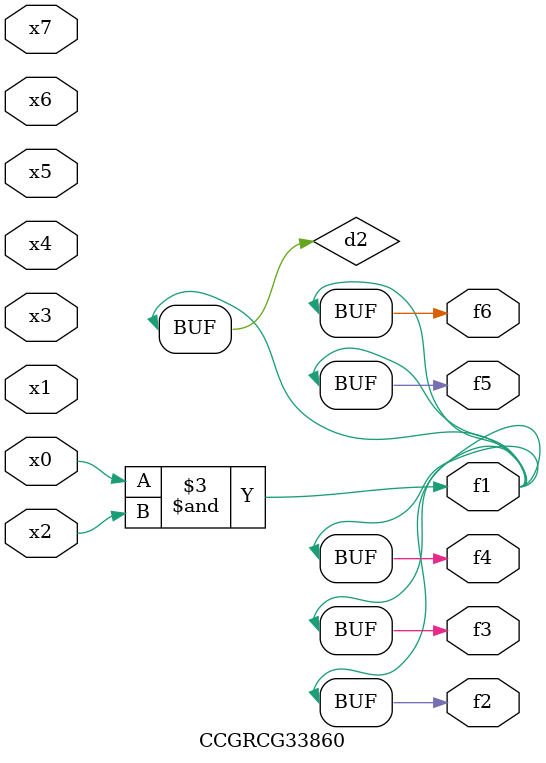
<source format=v>
module CCGRCG33860(
	input x0, x1, x2, x3, x4, x5, x6, x7,
	output f1, f2, f3, f4, f5, f6
);

	wire d1, d2;

	nor (d1, x3, x6);
	and (d2, x0, x2);
	assign f1 = d2;
	assign f2 = d2;
	assign f3 = d2;
	assign f4 = d2;
	assign f5 = d2;
	assign f6 = d2;
endmodule

</source>
